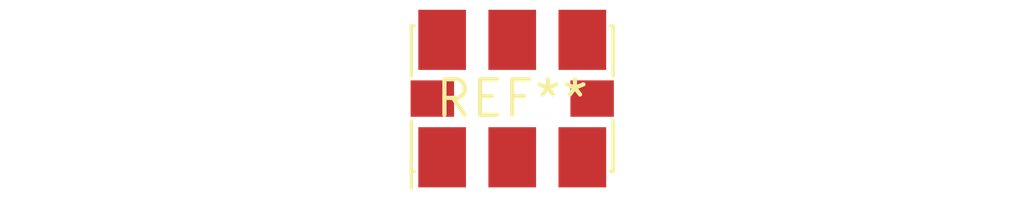
<source format=kicad_pcb>
(kicad_pcb (version 20240108) (generator pcbnew)
  (layers (0 "F.Cu" signal) (31 "B.Cu" signal) (34 "B.Paste" user) (35 "F.Paste" user) (36 "B.SilkS" user "B.Silkscreen") (37 "F.SilkS" user "F.Silkscreen") (38 "B.Mask" user) (39 "F.Mask" user) (44 "Edge.Cuts" user))
  (net 0 "")
  (footprint "Oscillator_SMD_SI570_SI571_Standard" (layer "F.Cu") (at 0 0)
    (property "Reference" "REF**")
    (property "Value" "Oscillator_SMD_SI570_SI571_Standard")
    (fp_line (start -3.6 -2.6) (end -3.5 -2.6) (layer "F.SilkS") (stroke (width 0.12)))
    (fp_line (start -3.6 -2.5) (end -3.6 -2.6) (layer "F.SilkS") (stroke (width 0.12)))
    (fp_line (start -3.6 -2.5) (end -3.6 -0.8) (layer "F.SilkS") (stroke (width 0.12)))
    (fp_line (start -3.6 0.8) (end -3.6 3.2) (layer "F.SilkS") (stroke (width 0.12)))
    (fp_line (start -3.6 2.6) (end -3.5 2.6) (layer "F.SilkS") (stroke (width 0.12)))
    (fp_line (start 3.6 -2.6) (end 3.5 -2.6) (layer "F.SilkS") (stroke (width 0.12)))
    (fp_line (start 3.6 -2.5) (end 3.6 -2.6) (layer "F.SilkS") (stroke (width 0.12)))
    (fp_line (start 3.6 -0.8) (end 3.6 -2.5) (layer "F.SilkS") (stroke (width 0.12)))
    (fp_line (start 3.6 2.5) (end 3.6 0.8) (layer "F.SilkS") (stroke (width 0.12)))
    (fp_line (start 3.6 2.5) (end 3.6 2.6) (layer "F.SilkS") (stroke (width 0.12)))
    (fp_line (start 3.6 2.6) (end 3.5 2.6) (layer "F.SilkS") (stroke (width 0.12)))
    (pad "1" smd rect (at -2.5 2.1) (size 1.7 2.15) (layers "F.Cu" "F.Paste" "F.Mask"))
    (pad "2" smd rect (at 0 2.1) (size 1.7 2.15) (layers "F.Cu" "F.Paste" "F.Mask"))
    (pad "3" smd rect (at 2.5 2.1) (size 1.7 2.15) (layers "F.Cu" "F.Paste" "F.Mask"))
    (pad "4" smd rect (at 2.5 -2.1) (size 1.7 2.15) (layers "F.Cu" "F.Paste" "F.Mask"))
    (pad "5" smd rect (at 0 -2.1) (size 1.7 2.15) (layers "F.Cu" "F.Paste" "F.Mask"))
    (pad "6" smd rect (at -2.5 -2.1) (size 1.7 2.15) (layers "F.Cu" "F.Paste" "F.Mask"))
    (pad "7" smd rect (at -2.85 0) (size 1.55 1.3) (layers "F.Cu" "F.Paste" "F.Mask"))
    (pad "8" smd rect (at 2.85 0) (size 1.55 1.3) (layers "F.Cu" "F.Paste" "F.Mask"))
  )
)
</source>
